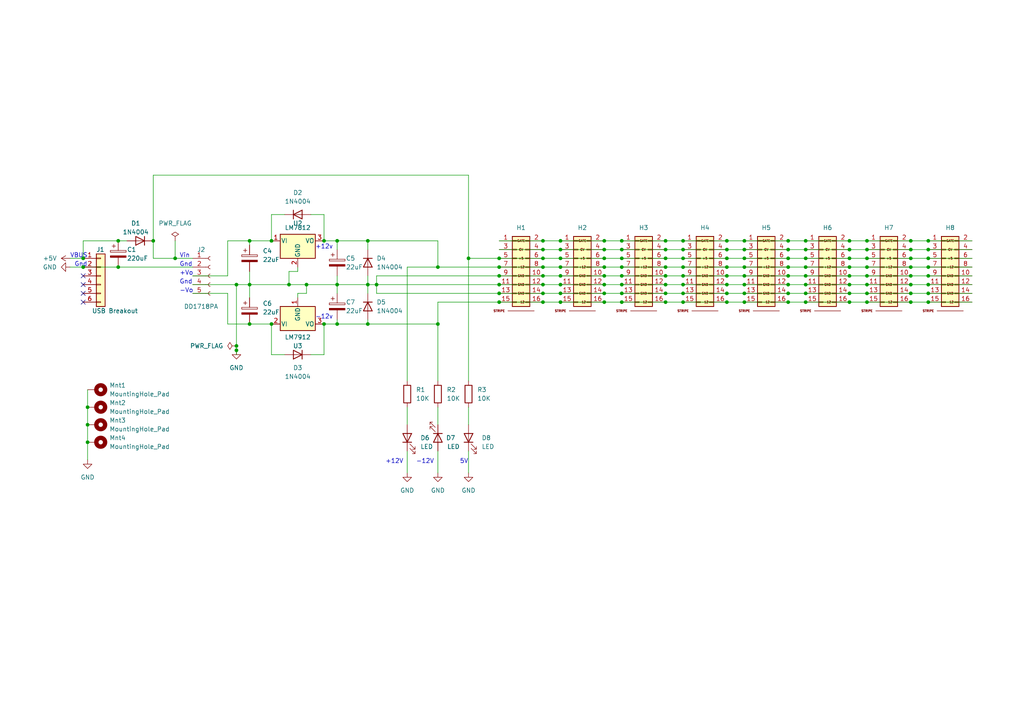
<source format=kicad_sch>
(kicad_sch (version 20211123) (generator eeschema)
  (paper "A4")
  (title_block (title "Port Huron Power - Eurorack USB Power Bus") (rev "v01") (company "North Coast Modular Collective") (comment 2 "creativecommons.org/licenses/by-nc-sa/4.0/") (comment 3 "License: CC BY-NC-SA 4.0") (comment 4 "Author: Nick Gaydos"))
  (lib_symbols
    (symbol "4ms_Connector:Conn_01x06" (pin_names (offset 1.016) hide)
      (property "Reference" "J1" (at -1.27 7.62 0))
      (property "Value" "USB Breakout" (at -2.54 -10.16 0))
      (symbol "Conn_01x06_1_1"
        (rectangle (start -1.27 -7.493) (end 0 -7.747) (stroke (width 0.1524)))
        (rectangle (start -1.27 -4.953) (end 0 -5.207) (stroke (width 0.1524)))
        (rectangle (start -1.27 -2.413) (end 0 -2.667) (stroke (width 0.1524)))
        (rectangle (start -1.27 0.127) (end 0 -0.127) (stroke (width 0.1524)))
        (rectangle (start -1.27 2.667) (end 0 2.413) (stroke (width 0.1524)))
        (rectangle (start -1.27 5.207) (end 0 4.953) (stroke (width 0.1524)))
        (rectangle (start -1.27 6.35) (end 1.27 -8.89) (stroke (width 0.254)) (fill (type background)))
        (pin power_out line (at -5.08 5.08 0) (length 3.81) (name "Pin_1") (number "1"))
        (pin passive line (at -5.08 2.54 0) (length 3.81) (name "Pin_2") (number "2"))
        (pin passive line (at -5.08 0 0) (length 3.81) (name "Pin_3") (number "3"))
        (pin passive line (at -5.08 -2.54 0) (length 3.81) (name "Pin_4") (number "4"))
        (pin passive line (at -5.08 -5.08 0) (length 3.81) (name "Pin_5") (number "5"))
        (pin passive line (at -5.08 -7.62 0) (length 3.81) (name "Pin_6") (number "6"))
      )
    )
    (symbol "4ms_Connector:Eurorack_Power_16pin_Shrouded" (pin_names (offset 0.0254) hide)
      (property "Reference" "J" (at 0 11.43 0))
      (property "Value" "Eurorack_Power_16pin_Shrouded" (at 0 13.97 0))
      (symbol "Eurorack_Power_16pin_Shrouded_0_0"
        (text "+12" (at 0 1.27 0) (effects (font (size 0.635 0.635))))
        (text "+5" (at 0 3.81 0) (effects (font (size 0.635 0.635))))
        (text "-12" (at 0 -8.89 0) (effects (font (size 0.635 0.635))))
        (text "CV" (at 0 6.35 0) (effects (font (size 0.635 0.635))))
        (text "GATE" (at 0 8.89 0) (effects (font (size 0.635 0.635))))
        (text "GND" (at 0 -6.35 0) (effects (font (size 0.635 0.635))))
        (text "GND" (at 0 -3.81 0) (effects (font (size 0.635 0.635))))
        (text "GND" (at 0 -1.27 0) (effects (font (size 0.635 0.635))))
        (text "STRIPE" (at -6.35 -11.43 0) (effects (font (size 0.635 0.635))))
      )
      (symbol "Eurorack_Power_16pin_Shrouded_0_1"
        (rectangle (start -2.54 -8.763) (end -1.27 -9.017))
        (rectangle (start -2.54 -6.223) (end -1.27 -6.477))
        (rectangle (start -2.54 -3.683) (end -1.27 -3.937))
        (rectangle (start -2.54 -1.143) (end -1.27 -1.397))
        (rectangle (start -2.54 1.397) (end -1.27 1.143))
        (rectangle (start -2.54 3.937) (end -1.27 3.683))
        (rectangle (start -2.54 6.477) (end -1.27 6.223))
        (rectangle (start -2.54 9.017) (end -1.27 8.763))
        (rectangle (start -2.54 10.16) (end 2.54 -10.16) (stroke (width 0.254)) (fill (type background)))
        (polyline (pts (xy -3.81 -11.43) (xy 3.81 -11.43) (xy 1.27 -11.43)))
        (rectangle (start 1.27 -8.763) (end 2.54 -9.017))
        (rectangle (start 1.27 -6.223) (end 2.54 -6.477))
        (rectangle (start 1.27 -3.683) (end 2.54 -3.937))
        (rectangle (start 1.27 -1.143) (end 2.54 -1.397))
        (rectangle (start 1.27 1.397) (end 2.54 1.143))
        (rectangle (start 1.27 3.937) (end 2.54 3.683))
        (rectangle (start 1.27 6.477) (end 2.54 6.223))
        (rectangle (start 1.27 9.017) (end 2.54 8.763))
      )
      (symbol "Eurorack_Power_16pin_Shrouded_1_1"
        (pin passive line (at -6.35 8.89 0) (length 3.81) (name "P1") (number "1"))
        (pin passive line (at 6.35 -1.27 180) (length 3.81) (name "GND") (number "10"))
        (pin passive line (at -6.35 -3.81 0) (length 3.81) (name "GND") (number "11"))
        (pin passive line (at 6.35 -3.81 180) (length 3.81) (name "GND") (number "12"))
        (pin passive line (at -6.35 -6.35 0) (length 3.81) (name "-12") (number "13"))
        (pin passive line (at 6.35 -6.35 180) (length 3.81) (name "-12V") (number "14"))
        (pin passive line (at -6.35 -8.89 0) (length 3.81) (name "-12V") (number "15"))
        (pin passive line (at 6.35 -8.89 180) (length 3.81) (name "P16") (number "16"))
        (pin passive line (at 6.35 8.89 180) (length 3.81) (name "P2") (number "2"))
        (pin passive line (at -6.35 6.35 0) (length 3.81) (name "P3") (number "3"))
        (pin passive line (at 6.35 6.35 180) (length 3.81) (name "P4") (number "4"))
        (pin passive line (at -6.35 3.81 0) (length 3.81) (name "+12V") (number "5"))
        (pin passive line (at 6.35 3.81 180) (length 3.81) (name "P6") (number "6"))
        (pin passive line (at -6.35 1.27 0) (length 3.81) (name "12V") (number "7"))
        (pin passive line (at 6.35 1.27 180) (length 3.81) (name "+12V") (number "8"))
        (pin passive line (at -6.35 -1.27 0) (length 3.81) (name "GND") (number "9"))
      )
    )
    (symbol "4ms_Power-symbol:GND" (power) (pin_names (offset 0))
      (property "Value" "GND" (at 0 -3.81 0))
      (symbol "GND_0_1"
        (polyline (pts (xy 0 0) (xy 0 -1.27) (xy 1.27 -1.27) (xy 0 -2.54) (xy -1.27 -1.27) (xy 0 -1.27)))
      )
      (symbol "GND_1_1"
        (pin power_in line (at 0 0 270) (length 0) hide (name "GND") (number "1"))
      )
    )
    (symbol "4ms_Power-symbol:PWR_FLAG" (power) (pin_numbers hide) (pin_names (offset 0) hide)
      (property "Value" "PWR_FLAG" (at 0 3.81 0))
      (symbol "PWR_FLAG_0_0"
        (pin power_out line (at 0 0 90) (length 0) (name "pwr") (number "1"))
      )
      (symbol "PWR_FLAG_0_1"
        (polyline (pts (xy 0 0) (xy 0 1.27) (xy -1.016 1.905) (xy 0 2.54) (xy 1.016 1.905) (xy 0 1.27)))
      )
    )
    (symbol "Device:C_Polarized" (pin_numbers hide) (pin_names (offset 0.254))
      (property "Reference" "C" (at 0.635 2.54 0))
      (property "Value" "C_Polarized" (at 0.635 -2.54 0))
      (symbol "C_Polarized_0_1"
        (rectangle (start -2.286 0.508) (end 2.286 1.016))
        (polyline (pts (xy -1.778 2.286) (xy -0.762 2.286)))
        (polyline (pts (xy -1.27 2.794) (xy -1.27 1.778)))
        (rectangle (start 2.286 -0.508) (end -2.286 -1.016) (fill (type outline)))
      )
      (symbol "C_Polarized_1_1"
        (pin passive line (at 0 3.81 270) (length 2.794) (name "~") (number "1"))
        (pin passive line (at 0 -3.81 90) (length 2.794) (name "~") (number "2"))
      )
    )
    (symbol "Device:LED" (pin_numbers hide) (pin_names (offset 1.016) hide)
      (property "Reference" "D" (at 0 2.54 0))
      (property "Value" "LED" (at 0 -2.54 0))
      (symbol "LED_0_1"
        (polyline (pts (xy -1.27 -1.27) (xy -1.27 1.27)) (stroke (width 0.254)))
        (polyline (pts (xy -1.27 0) (xy 1.27 0)))
        (polyline (pts (xy 1.27 -1.27) (xy 1.27 1.27) (xy -1.27 0) (xy 1.27 -1.27)) (stroke (width 0.254)))
        (polyline (pts (xy -3.048 -0.762) (xy -4.572 -2.286) (xy -3.81 -2.286) (xy -4.572 -2.286) (xy -4.572 -1.524)))
        (polyline (pts (xy -1.778 -0.762) (xy -3.302 -2.286) (xy -2.54 -2.286) (xy -3.302 -2.286) (xy -3.302 -1.524)))
      )
      (symbol "LED_1_1"
        (pin passive line (at -3.81 0 0) (length 2.54) (name "K") (number "1"))
        (pin passive line (at 3.81 0 180) (length 2.54) (name "A") (number "2"))
      )
    )
    (symbol "Device:R" (pin_numbers hide) (pin_names (offset 0))
      (property "Reference" "R" (at 2.032 0 90))
      (property "Value" "R" (at 0 0 90))
      (symbol "R_0_1"
        (rectangle (start -1.016 -2.54) (end 1.016 2.54) (stroke (width 0.254)))
      )
      (symbol "R_1_1"
        (pin passive line (at 0 3.81 270) (length 1.27) (name "~") (number "1"))
        (pin passive line (at 0 -3.81 90) (length 1.27) (name "~") (number "2"))
      )
    )
    (symbol "Diode:1N4004" (pin_numbers hide) (pin_names (offset 1.016) hide)
      (property "Reference" "D" (at 0 2.54 0))
      (property "Value" "1N4004" (at 0 -2.54 0))
      (symbol "1N4004_0_1"
        (polyline (pts (xy -1.27 1.27) (xy -1.27 -1.27)) (stroke (width 0.254)))
        (polyline (pts (xy 1.27 0) (xy -1.27 0)))
        (polyline (pts (xy 1.27 1.27) (xy 1.27 -1.27) (xy -1.27 0) (xy 1.27 1.27)) (stroke (width 0.254)))
      )
      (symbol "1N4004_1_1"
        (pin passive line (at -3.81 0 0) (length 2.54) (name "K") (number "1"))
        (pin passive line (at 3.81 0 180) (length 2.54) (name "A") (number "2"))
      )
    )
    (symbol "Mechanical:MountingHole_Pad" (pin_numbers hide) (pin_names (offset 1.016) hide)
      (property "Reference" "H" (at 0 6.35 0))
      (property "Value" "MountingHole_Pad" (at 0 4.445 0))
      (symbol "MountingHole_Pad_0_1"
        (circle (center 0 1.27) (radius 1.27) (stroke (width 1.27)))
      )
      (symbol "MountingHole_Pad_1_1"
        (pin input line (at 0 -2.54 90) (length 2.54) (name "1") (number "1"))
      )
    )
    (symbol "Regulator_Linear:LM7812_TO220" (pin_names (offset 0.254))
      (property "Reference" "U" (at -3.81 3.175 0))
      (property "Value" "LM7812_TO220" (at 0 3.175 0))
      (symbol "LM7812_TO220_0_1"
        (rectangle (start -5.08 1.905) (end 5.08 -5.08) (stroke (width 0.254)) (fill (type background)))
      )
      (symbol "LM7812_TO220_1_1"
        (pin power_in line (at -7.62 0 0) (length 2.54) (name "VI") (number "1"))
        (pin power_in line (at 0 -7.62 90) (length 2.54) (name "GND") (number "2"))
        (pin power_out line (at 7.62 0 180) (length 2.54) (name "VO") (number "3"))
      )
    )
    (symbol "Regulator_Linear:LM7912_TO220" (pin_names (offset 0.254))
      (property "Reference" "U" (at -3.81 -3.175 0))
      (property "Value" "LM7912_TO220" (at 0 -3.175 0))
      (symbol "LM7912_TO220_0_1"
        (rectangle (start -5.08 5.08) (end 5.08 -1.905) (stroke (width 0.254)) (fill (type background)))
      )
      (symbol "LM7912_TO220_1_1"
        (pin power_in line (at 0 7.62 270) (length 2.54) (name "GND") (number "1"))
        (pin power_in line (at -7.62 0 0) (length 2.54) (name "VI") (number "2"))
        (pin power_out line (at 7.62 0 180) (length 2.54) (name "VO") (number "3"))
      )
    )
    (symbol "dd1718pa:DD1718PA" (pin_names (offset 1.016) hide)
      (property "Reference" "J2" (at -3.81 7.62 0))
      (property "Value" "DD1718PA" (at -7.62 -8.89 0))
      (symbol "DD1718PA_1_1"
        (arc (start 0 -4.572) (mid -0.508 -5.08) (end 0 -5.588) (stroke (width 0.1524)))
        (arc (start 0 -2.032) (mid -0.508 -2.54) (end 0 -3.048) (stroke (width 0.1524)))
        (polyline (pts (xy -1.27 -5.08) (xy -0.508 -5.08)) (stroke (width 0.1524)))
        (polyline (pts (xy -1.27 -2.54) (xy -0.508 -2.54)) (stroke (width 0.1524)))
        (polyline (pts (xy -1.27 0) (xy -0.508 0)) (stroke (width 0.1524)))
        (polyline (pts (xy -1.27 2.54) (xy -0.508 2.54)) (stroke (width 0.1524)))
        (polyline (pts (xy -1.27 5.08) (xy -0.508 5.08)) (stroke (width 0.1524)))
        (arc (start 0 0.508) (mid -0.508 0) (end 0 -0.508) (stroke (width 0.1524)))
        (arc (start 0 3.048) (mid -0.508 2.54) (end 0 2.032) (stroke (width 0.1524)))
        (arc (start 0 5.588) (mid -0.508 5.08) (end 0 4.572) (stroke (width 0.1524)))
        (pin power_in line (at -5.08 5.08 0) (length 3.81) (name "Vin") (number "1"))
        (pin passive line (at -5.08 2.54 0) (length 3.81) (name "Gnd") (number "2"))
        (pin power_out line (at -5.08 0 0) (length 3.81) (name "+Vout") (number "3"))
        (pin passive line (at -5.08 -2.54 0) (length 3.81) (name "Gnd") (number "4"))
        (pin power_out line (at -5.08 -5.08 0) (length 3.81) (name "-Vout") (number "5"))
      )
    )
    (symbol "power:+5V" (power) (pin_names (offset 0))
      (property "Value" "+5V" (at 0 3.556 0))
      (symbol "+5V_0_1"
        (polyline (pts (xy -0.762 1.27) (xy 0 2.54)))
        (polyline (pts (xy 0 0) (xy 0 2.54)))
        (polyline (pts (xy 0 2.54) (xy 0.762 1.27)))
      )
      (symbol "+5V_1_1"
        (pin power_in line (at 0 0 90) (length 0) hide (name "+5V") (number "1"))
      )
    )
    (symbol "power:PWR_FLAG" (power) (pin_numbers hide) (pin_names (offset 0) hide)
      (property "Value" "PWR_FLAG" (at 0 3.81 0))
      (symbol "PWR_FLAG_0_0"
        (pin power_out line (at 0 0 90) (length 0) (name "pwr") (number "1"))
      )
      (symbol "PWR_FLAG_0_1"
        (polyline (pts (xy 0 0) (xy 0 1.27) (xy -1.016 1.905) (xy 0 2.54) (xy 1.016 1.905) (xy 0 1.27)))
      )
    )
  )
  (junction (at 215.9 85.09))
  (junction (at 106.68 82.55))
  (junction (at 135.89 74.93))
  (junction (at 215.9 74.93))
  (junction (at 144.78 85.09))
  (junction (at 210.82 74.93))
  (junction (at 264.16 69.85))
  (junction (at 246.38 77.47))
  (junction (at 210.82 80.01))
  (junction (at 251.46 82.55))
  (junction (at 68.58 100.33))
  (junction (at 180.34 77.47))
  (junction (at 246.38 87.63))
  (junction (at 25.4 118.11))
  (junction (at 193.04 69.85))
  (junction (at 180.34 87.63))
  (junction (at 228.6 82.55))
  (junction (at 127 77.47))
  (junction (at 34.29 69.85))
  (junction (at 264.16 85.09))
  (junction (at 210.82 85.09))
  (junction (at 78.74 69.85))
  (junction (at 228.6 72.39))
  (junction (at 269.24 77.47))
  (junction (at 228.6 77.47))
  (junction (at 72.39 82.55))
  (junction (at 180.34 69.85))
  (junction (at 193.04 82.55))
  (junction (at 25.4 123.19))
  (junction (at 162.56 82.55))
  (junction (at 97.79 82.55))
  (junction (at 144.78 87.63))
  (junction (at 215.9 69.85))
  (junction (at 97.79 93.98))
  (junction (at 264.16 72.39))
  (junction (at 251.46 85.09))
  (junction (at 269.24 69.85))
  (junction (at 198.12 82.55))
  (junction (at 180.34 72.39))
  (junction (at 175.26 82.55))
  (junction (at 193.04 74.93))
  (junction (at 34.29 77.47))
  (junction (at 210.82 82.55))
  (junction (at 193.04 77.47))
  (junction (at 198.12 85.09))
  (junction (at 180.34 74.93))
  (junction (at 233.68 72.39))
  (junction (at 106.68 69.85))
  (junction (at 193.04 87.63))
  (junction (at 246.38 72.39))
  (junction (at 68.58 82.55))
  (junction (at 264.16 82.55))
  (junction (at 198.12 87.63))
  (junction (at 162.56 80.01))
  (junction (at 233.68 85.09))
  (junction (at 210.82 77.47))
  (junction (at 210.82 87.63))
  (junction (at 157.48 77.47))
  (junction (at 269.24 82.55))
  (junction (at 193.04 72.39))
  (junction (at 127 93.98))
  (junction (at 264.16 87.63))
  (junction (at 269.24 80.01))
  (junction (at 269.24 74.93))
  (junction (at 157.48 72.39))
  (junction (at 269.24 87.63))
  (junction (at 72.39 69.85))
  (junction (at 180.34 85.09))
  (junction (at 175.26 80.01))
  (junction (at 93.98 93.98))
  (junction (at 228.6 74.93))
  (junction (at 251.46 72.39))
  (junction (at 246.38 85.09))
  (junction (at 246.38 82.55))
  (junction (at 193.04 80.01))
  (junction (at 198.12 69.85))
  (junction (at 144.78 77.47))
  (junction (at 25.4 128.27))
  (junction (at 157.48 85.09))
  (junction (at 175.26 85.09))
  (junction (at 198.12 74.93))
  (junction (at 264.16 74.93))
  (junction (at 162.56 72.39))
  (junction (at 180.34 82.55))
  (junction (at 93.98 69.85))
  (junction (at 269.24 85.09))
  (junction (at 233.68 77.47))
  (junction (at 68.58 101.6))
  (junction (at 246.38 74.93))
  (junction (at 109.22 82.55))
  (junction (at 180.34 80.01))
  (junction (at 144.78 80.01))
  (junction (at 246.38 80.01))
  (junction (at 162.56 85.09))
  (junction (at 198.12 80.01))
  (junction (at 269.24 72.39))
  (junction (at 88.9 82.55))
  (junction (at 233.68 82.55))
  (junction (at 175.26 87.63))
  (junction (at 215.9 72.39))
  (junction (at 162.56 87.63))
  (junction (at 175.26 69.85))
  (junction (at 228.6 85.09))
  (junction (at 24.13 77.47))
  (junction (at 157.48 69.85))
  (junction (at 264.16 80.01))
  (junction (at 144.78 74.93))
  (junction (at 157.48 82.55))
  (junction (at 198.12 72.39))
  (junction (at 157.48 87.63))
  (junction (at 157.48 74.93))
  (junction (at 106.68 93.98))
  (junction (at 210.82 69.85))
  (junction (at 264.16 77.47))
  (junction (at 233.68 74.93))
  (junction (at 97.79 69.85))
  (junction (at 251.46 69.85))
  (junction (at 162.56 74.93))
  (junction (at 78.74 93.98))
  (junction (at 210.82 72.39))
  (junction (at 72.39 93.98))
  (junction (at 144.78 82.55))
  (junction (at 157.48 80.01))
  (junction (at 251.46 80.01))
  (junction (at 215.9 80.01))
  (junction (at 246.38 69.85))
  (junction (at 233.68 69.85))
  (junction (at 198.12 77.47))
  (junction (at 233.68 87.63))
  (junction (at 228.6 69.85))
  (junction (at 175.26 72.39))
  (junction (at 193.04 85.09))
  (junction (at 50.8 74.93))
  (junction (at 175.26 74.93))
  (junction (at 233.68 80.01))
  (junction (at 215.9 77.47))
  (junction (at 162.56 77.47))
  (junction (at 228.6 80.01))
  (junction (at 215.9 82.55))
  (junction (at 83.82 82.55))
  (junction (at 44.45 69.85))
  (junction (at 228.6 87.63))
  (junction (at 251.46 87.63))
  (junction (at 251.46 74.93))
  (junction (at 251.46 77.47))
  (junction (at 24.13 74.93))
  (junction (at 162.56 69.85))
  (junction (at 215.9 87.63))
  (junction (at 175.26 77.47))
  (no_connect (at 24.13 87.63))
  (no_connect (at 24.13 85.09))
  (no_connect (at 24.13 82.55))
  (no_connect (at 24.13 80.01))
  (wire (pts (xy 251.46 74.93) (xy 264.16 74.93)))
  (wire (pts (xy 193.04 85.09) (xy 198.12 85.09)))
  (wire (pts (xy 50.8 69.85) (xy 50.8 74.93)))
  (wire (pts (xy 193.04 69.85) (xy 198.12 69.85)))
  (wire (pts (xy 24.13 69.85) (xy 24.13 74.93)))
  (wire (pts (xy 157.48 87.63) (xy 162.56 87.63)))
  (wire (pts (xy 144.78 82.55) (xy 157.48 82.55)))
  (wire (pts (xy 78.74 102.87) (xy 78.74 93.98)))
  (wire (pts (xy 97.79 72.39) (xy 97.79 69.85)))
  (wire (pts (xy 210.82 82.55) (xy 215.9 82.55)))
  (wire (pts (xy 198.12 85.09) (xy 210.82 85.09)))
  (wire (pts (xy 135.89 50.8) (xy 44.45 50.8)))
  (wire (pts (xy 135.89 130.81) (xy 135.89 137.16)))
  (wire (pts (xy 66.04 85.09) (xy 66.04 93.98)))
  (wire (pts (xy 215.9 72.39) (xy 228.6 72.39)))
  (wire (pts (xy 228.6 87.63) (xy 233.68 87.63)))
  (wire (pts (xy 83.82 78.74) (xy 83.82 82.55)))
  (wire (pts (xy 198.12 82.55) (xy 210.82 82.55)))
  (wire (pts (xy 106.68 82.55) (xy 106.68 85.09)))
  (wire (pts (xy 144.78 85.09) (xy 157.48 85.09)))
  (wire (pts (xy 180.34 87.63) (xy 193.04 87.63)))
  (wire (pts (xy 88.9 85.09) (xy 88.9 82.55)))
  (wire (pts (xy 25.4 118.11) (xy 25.4 123.19)))
  (wire (pts (xy 175.26 87.63) (xy 180.34 87.63)))
  (wire (pts (xy 68.58 82.55) (xy 72.39 82.55)))
  (wire (pts (xy 162.56 74.93) (xy 175.26 74.93)))
  (wire (pts (xy 72.39 82.55) (xy 72.39 86.36)))
  (wire (pts (xy 175.26 77.47) (xy 180.34 77.47)))
  (wire (pts (xy 157.48 85.09) (xy 162.56 85.09)))
  (wire (pts (xy 20.32 74.93) (xy 24.13 74.93)))
  (wire (pts (xy 180.34 80.01) (xy 193.04 80.01)))
  (wire (pts (xy 233.68 80.01) (xy 246.38 80.01)))
  (wire (pts (xy 215.9 74.93) (xy 228.6 74.93)))
  (wire (pts (xy 25.4 113.03) (xy 25.4 118.11)))
  (wire (pts (xy 246.38 77.47) (xy 251.46 77.47)))
  (wire (pts (xy 55.88 85.09) (xy 66.04 85.09)))
  (wire (pts (xy 210.82 72.39) (xy 215.9 72.39)))
  (wire (pts (xy 210.82 80.01) (xy 215.9 80.01)))
  (wire (pts (xy 118.11 118.11) (xy 118.11 123.19)))
  (wire (pts (xy 215.9 87.63) (xy 228.6 87.63)))
  (wire (pts (xy 97.79 93.98) (xy 106.68 93.98)))
  (wire (pts (xy 246.38 87.63) (xy 251.46 87.63)))
  (wire (pts (xy 215.9 69.85) (xy 228.6 69.85)))
  (wire (pts (xy 246.38 69.85) (xy 251.46 69.85)))
  (wire (pts (xy 228.6 69.85) (xy 233.68 69.85)))
  (wire (pts (xy 93.98 69.85) (xy 97.79 69.85)))
  (wire (pts (xy 118.11 77.47) (xy 127 77.47)))
  (wire (pts (xy 251.46 87.63) (xy 264.16 87.63)))
  (wire (pts (xy 246.38 82.55) (xy 251.46 82.55)))
  (wire (pts (xy 106.68 92.71) (xy 106.68 93.98)))
  (wire (pts (xy 246.38 72.39) (xy 251.46 72.39)))
  (wire (pts (xy 251.46 82.55) (xy 264.16 82.55)))
  (wire (pts (xy 82.55 62.23) (xy 78.74 62.23)))
  (wire (pts (xy 228.6 72.39) (xy 233.68 72.39)))
  (wire (pts (xy 215.9 77.47) (xy 228.6 77.47)))
  (wire (pts (xy 55.88 74.93) (xy 50.8 74.93)))
  (wire (pts (xy 72.39 78.74) (xy 72.39 82.55)))
  (wire (pts (xy 198.12 77.47) (xy 210.82 77.47)))
  (wire (pts (xy 162.56 72.39) (xy 175.26 72.39)))
  (wire (pts (xy 127 93.98) (xy 127 110.49)))
  (wire (pts (xy 72.39 69.85) (xy 72.39 71.12)))
  (wire (pts (xy 97.79 80.01) (xy 97.79 82.55)))
  (wire (pts (xy 127 87.63) (xy 144.78 87.63)))
  (wire (pts (xy 78.74 62.23) (xy 78.74 69.85)))
  (wire (pts (xy 106.68 93.98) (xy 127 93.98)))
  (wire (pts (xy 264.16 72.39) (xy 269.24 72.39)))
  (wire (pts (xy 66.04 93.98) (xy 72.39 93.98)))
  (wire (pts (xy 109.22 82.55) (xy 109.22 85.09)))
  (wire (pts (xy 144.78 72.39) (xy 157.48 72.39)))
  (wire (pts (xy 175.26 72.39) (xy 180.34 72.39)))
  (wire (pts (xy 97.79 92.71) (xy 97.79 93.98)))
  (wire (pts (xy 97.79 82.55) (xy 106.68 82.55)))
  (wire (pts (xy 162.56 85.09) (xy 175.26 85.09)))
  (wire (pts (xy 86.36 86.36) (xy 86.36 85.09)))
  (wire (pts (xy 93.98 102.87) (xy 90.17 102.87)))
  (wire (pts (xy 144.78 74.93) (xy 157.48 74.93)))
  (wire (pts (xy 233.68 72.39) (xy 246.38 72.39)))
  (wire (pts (xy 97.79 69.85) (xy 106.68 69.85)))
  (wire (pts (xy 233.68 87.63) (xy 246.38 87.63)))
  (wire (pts (xy 55.88 82.55) (xy 68.58 82.55)))
  (wire (pts (xy 93.98 93.98) (xy 93.98 102.87)))
  (wire (pts (xy 210.82 77.47) (xy 215.9 77.47)))
  (wire (pts (xy 25.4 123.19) (xy 25.4 128.27)))
  (wire (pts (xy 264.16 82.55) (xy 269.24 82.55)))
  (wire (pts (xy 162.56 87.63) (xy 175.26 87.63)))
  (wire (pts (xy 264.16 77.47) (xy 269.24 77.47)))
  (wire (pts (xy 233.68 77.47) (xy 246.38 77.47)))
  (wire (pts (xy 193.04 82.55) (xy 198.12 82.55)))
  (wire (pts (xy 127 77.47) (xy 144.78 77.47)))
  (wire (pts (xy 246.38 80.01) (xy 251.46 80.01)))
  (wire (pts (xy 251.46 72.39) (xy 264.16 72.39)))
  (wire (pts (xy 175.26 69.85) (xy 180.34 69.85)))
  (wire (pts (xy 269.24 69.85) (xy 281.94 69.85)))
  (wire (pts (xy 88.9 82.55) (xy 97.79 82.55)))
  (wire (pts (xy 269.24 77.47) (xy 281.94 77.47)))
  (wire (pts (xy 269.24 82.55) (xy 281.94 82.55)))
  (wire (pts (xy 135.89 74.93) (xy 135.89 50.8)))
  (wire (pts (xy 193.04 77.47) (xy 198.12 77.47)))
  (wire (pts (xy 210.82 85.09) (xy 215.9 85.09)))
  (wire (pts (xy 215.9 80.01) (xy 228.6 80.01)))
  (wire (pts (xy 83.82 82.55) (xy 88.9 82.55)))
  (wire (pts (xy 106.68 80.01) (xy 106.68 82.55)))
  (wire (pts (xy 228.6 82.55) (xy 233.68 82.55)))
  (wire (pts (xy 34.29 77.47) (xy 55.88 77.47)))
  (wire (pts (xy 251.46 85.09) (xy 264.16 85.09)))
  (wire (pts (xy 233.68 82.55) (xy 246.38 82.55)))
  (wire (pts (xy 198.12 87.63) (xy 210.82 87.63)))
  (wire (pts (xy 157.48 77.47) (xy 162.56 77.47)))
  (wire (pts (xy 127 69.85) (xy 127 77.47)))
  (wire (pts (xy 50.8 74.93) (xy 44.45 74.93)))
  (wire (pts (xy 264.16 85.09) (xy 269.24 85.09)))
  (wire (pts (xy 162.56 77.47) (xy 175.26 77.47)))
  (wire (pts (xy 162.56 80.01) (xy 175.26 80.01)))
  (wire (pts (xy 180.34 69.85) (xy 193.04 69.85)))
  (wire (pts (xy 127 118.11) (xy 127 123.19)))
  (wire (pts (xy 90.17 62.23) (xy 93.98 62.23)))
  (wire (pts (xy 82.55 102.87) (xy 78.74 102.87)))
  (wire (pts (xy 44.45 74.93) (xy 44.45 69.85)))
  (wire (pts (xy 97.79 85.09) (xy 97.79 82.55)))
  (wire (pts (xy 86.36 85.09) (xy 88.9 85.09)))
  (wire (pts (xy 193.04 80.01) (xy 198.12 80.01)))
  (wire (pts (xy 135.89 110.49) (xy 135.89 74.93)))
  (wire (pts (xy 228.6 85.09) (xy 233.68 85.09)))
  (wire (pts (xy 269.24 87.63) (xy 281.94 87.63)))
  (wire (pts (xy 157.48 74.93) (xy 162.56 74.93)))
  (wire (pts (xy 20.32 77.47) (xy 24.13 77.47)))
  (wire (pts (xy 68.58 100.33) (xy 68.58 101.6)))
  (wire (pts (xy 118.11 110.49) (xy 118.11 77.47)))
  (wire (pts (xy 233.68 69.85) (xy 246.38 69.85)))
  (wire (pts (xy 135.89 118.11) (xy 135.89 123.19)))
  (wire (pts (xy 175.26 82.55) (xy 180.34 82.55)))
  (wire (pts (xy 93.98 93.98) (xy 97.79 93.98)))
  (wire (pts (xy 198.12 80.01) (xy 210.82 80.01)))
  (wire (pts (xy 157.48 82.55) (xy 162.56 82.55)))
  (wire (pts (xy 135.89 74.93) (xy 144.78 74.93)))
  (wire (pts (xy 86.36 77.47) (xy 86.36 78.74)))
  (wire (pts (xy 127 87.63) (xy 127 93.98)))
  (wire (pts (xy 269.24 72.39) (xy 281.94 72.39)))
  (wire (pts (xy 215.9 82.55) (xy 228.6 82.55)))
  (wire (pts (xy 228.6 80.01) (xy 233.68 80.01)))
  (wire (pts (xy 93.98 62.23) (xy 93.98 69.85)))
  (wire (pts (xy 144.78 80.01) (xy 157.48 80.01)))
  (wire (pts (xy 106.68 69.85) (xy 106.68 72.39)))
  (wire (pts (xy 193.04 72.39) (xy 198.12 72.39)))
  (wire (pts (xy 106.68 82.55) (xy 109.22 82.55)))
  (wire (pts (xy 66.04 80.01) (xy 55.88 80.01)))
  (wire (pts (xy 72.39 69.85) (xy 78.74 69.85)))
  (wire (pts (xy 198.12 74.93) (xy 210.82 74.93)))
  (wire (pts (xy 127 137.16) (xy 127 130.81)))
  (wire (pts (xy 180.34 77.47) (xy 193.04 77.47)))
  (wire (pts (xy 215.9 85.09) (xy 228.6 85.09)))
  (wire (pts (xy 210.82 87.63) (xy 215.9 87.63)))
  (wire (pts (xy 246.38 85.09) (xy 251.46 85.09)))
  (wire (pts (xy 228.6 74.93) (xy 233.68 74.93)))
  (wire (pts (xy 109.22 82.55) (xy 144.78 82.55)))
  (wire (pts (xy 233.68 85.09) (xy 246.38 85.09)))
  (wire (pts (xy 72.39 82.55) (xy 83.82 82.55)))
  (wire (pts (xy 264.16 69.85) (xy 269.24 69.85)))
  (wire (pts (xy 44.45 50.8) (xy 44.45 69.85)))
  (wire (pts (xy 68.58 82.55) (xy 68.58 100.33)))
  (wire (pts (xy 34.29 69.85) (xy 24.13 69.85)))
  (wire (pts (xy 264.16 74.93) (xy 269.24 74.93)))
  (wire (pts (xy 109.22 80.01) (xy 144.78 80.01)))
  (wire (pts (xy 251.46 77.47) (xy 264.16 77.47)))
  (wire (pts (xy 109.22 85.09) (xy 144.78 85.09)))
  (wire (pts (xy 180.34 85.09) (xy 193.04 85.09)))
  (wire (pts (xy 251.46 69.85) (xy 264.16 69.85)))
  (wire (pts (xy 68.58 101.6) (xy 68.58 102.87)))
  (wire (pts (xy 210.82 74.93) (xy 215.9 74.93)))
  (wire (pts (xy 118.11 130.81) (xy 118.11 137.16)))
  (wire (pts (xy 198.12 72.39) (xy 210.82 72.39)))
  (wire (pts (xy 233.68 74.93) (xy 246.38 74.93)))
  (wire (pts (xy 269.24 74.93) (xy 281.94 74.93)))
  (wire (pts (xy 24.13 77.47) (xy 34.29 77.47)))
  (wire (pts (xy 106.68 69.85) (xy 127 69.85)))
  (wire (pts (xy 66.04 69.85) (xy 72.39 69.85)))
  (wire (pts (xy 180.34 72.39) (xy 193.04 72.39)))
  (wire (pts (xy 162.56 82.55) (xy 175.26 82.55)))
  (wire (pts (xy 180.34 82.55) (xy 193.04 82.55)))
  (wire (pts (xy 264.16 80.01) (xy 269.24 80.01)))
  (wire (pts (xy 144.78 87.63) (xy 157.48 87.63)))
  (wire (pts (xy 246.38 74.93) (xy 251.46 74.93)))
  (wire (pts (xy 25.4 128.27) (xy 25.4 133.35)))
  (wire (pts (xy 228.6 77.47) (xy 233.68 77.47)))
  (wire (pts (xy 144.78 77.47) (xy 157.48 77.47)))
  (wire (pts (xy 66.04 69.85) (xy 66.04 80.01)))
  (wire (pts (xy 269.24 85.09) (xy 281.94 85.09)))
  (wire (pts (xy 175.26 74.93) (xy 180.34 74.93)))
  (wire (pts (xy 86.36 78.74) (xy 83.82 78.74)))
  (wire (pts (xy 36.83 69.85) (xy 34.29 69.85)))
  (wire (pts (xy 72.39 93.98) (xy 78.74 93.98)))
  (wire (pts (xy 264.16 87.63) (xy 269.24 87.63)))
  (wire (pts (xy 180.34 74.93) (xy 193.04 74.93)))
  (wire (pts (xy 193.04 74.93) (xy 198.12 74.93)))
  (wire (pts (xy 109.22 80.01) (xy 109.22 82.55)))
  (wire (pts (xy 269.24 80.01) (xy 281.94 80.01)))
  (wire (pts (xy 157.48 69.85) (xy 162.56 69.85)))
  (wire (pts (xy 175.26 85.09) (xy 180.34 85.09)))
  (wire (pts (xy 175.26 80.01) (xy 180.34 80.01)))
  (wire (pts (xy 210.82 69.85) (xy 215.9 69.85)))
  (wire (pts (xy 157.48 72.39) (xy 162.56 72.39)))
  (wire (pts (xy 251.46 80.01) (xy 264.16 80.01)))
  (wire (pts (xy 144.78 69.85) (xy 157.48 69.85)))
  (wire (pts (xy 198.12 69.85) (xy 210.82 69.85)))
  (wire (pts (xy 162.56 69.85) (xy 175.26 69.85)))
  (wire (pts (xy 193.04 87.63) (xy 198.12 87.63)))
  (wire (pts (xy 157.48 80.01) (xy 162.56 80.01)))
  (text "-12V" (at 120.65 134.62 0) (effects (font (size 1.27 1.27)) (justify left bottom)))
  (text "VBUS" (at 20.32 74.93 0) (effects (font (size 1.27 1.27)) (justify left bottom)))
  (text "Gnd" (at 21.59 77.47 0) (effects (font (size 1.27 1.27)) (justify left bottom)))
  (text "Gnd" (at 52.07 82.55 0) (effects (font (size 1.27 1.27)) (justify left bottom)))
  (text "Vin" (at 52.07 74.93 0) (effects (font (size 1.27 1.27)) (justify left bottom)))
  (text "-Vo" (at 52.07 85.09 0) (effects (font (size 1.27 1.27)) (justify left bottom)))
  (text "Gnd" (at 52.07 77.47 0) (effects (font (size 1.27 1.27)) (justify left bottom)))
  (text "+12v" (at 91.44 72.39 0) (effects (font (size 1.27 1.27)) (justify left bottom)))
  (text "-12v" (at 91.44 92.71 0) (effects (font (size 1.27 1.27)) (justify left bottom)))
  (text "5V" (at 133.35 134.62 0) (effects (font (size 1.27 1.27)) (justify left bottom)))
  (text "+Vo" (at 52.07 80.01 0) (effects (font (size 1.27 1.27)) (justify left bottom)))
  (text "+12V" (at 111.76 134.62 0) (effects (font (size 1.27 1.27)) (justify left bottom)))
  (symbol (lib_id "Device:C_Polarized") (at 72.39 90.17 0) (unit 1)
    (property "Reference" "C6" (at 76.2 88.0109 0) (effects (justify left)))
    (property "Value" "22uF" (at 76.2 90.5509 0) (effects (justify left)))
    (property "Footprint" "4ms_Capacitor:CP_Radial_P2.5mm" (effects hide))
  )
  (symbol (lib_id "4ms_Power-symbol:GND") (at 127 137.16 0) (unit 1)
    (property "Reference" "#PWR0104" (effects hide))
    (property "Value" "GND" (at 127 142.24 0))
  )
  (symbol (lib_id "Diode:1N4004") (at 86.36 62.23 0) (unit 1)
    (property "Reference" "D2" (at 86.36 55.88 0))
    (property "Value" "1N4004" (at 86.36 58.42 0))
    (property "Footprint" "Diode_THT:D_DO-41_SOD81_P10.16mm_Horizontal" (effects hide))
    (property "Datasheet" "http://www.vishay.com/docs/88503/1n4001.pdf" (effects hide))
  )
  (symbol (lib_id "4ms_Power-symbol:GND") (at 135.89 137.16 0) (unit 1)
    (property "Reference" "#PWR0105" (effects hide))
    (property "Value" "GND" (at 135.89 142.24 0))
  )
  (symbol (lib_id "4ms_Power-symbol:GND") (at 20.32 77.47 270) (unit 1)
    (property "Reference" "#PWR02" (effects hide))
    (property "Value" "GND" (at 16.51 77.4699 90) (effects (justify right)))
  )
  (symbol (lib_id "power:+5V") (at 20.32 74.93 90) (unit 1)
    (property "Reference" "#PWR0103" (effects hide))
    (property "Value" "+5V" (at 16.51 74.9299 90) (effects (justify left)))
  )
  (symbol (lib_id "4ms_Power-symbol:GND") (at 118.11 137.16 0) (unit 1)
    (property "Reference" "#PWR0102" (effects hide))
    (property "Value" "GND" (at 118.11 142.24 0))
  )
  (symbol (lib_id "4ms_Connector:Eurorack_Power_16pin_Shrouded") (at 151.13 78.74 0) (unit 1)
    (property "Reference" "H1" (at 151.13 66.04 0))
    (property "Value" "Eurorack_Power_16pin_Shrouded" (effects hide))
    (property "Footprint" "4ms_Connector:Pins_2x08_2.54mm_TH_EuroPower_Shrouded" (effects hide))
    (property "Specifications" "Header, Male Pins, 2*8, spacing 2.54mm, straight pin, shrouded and keyed" (effects hide))
    (property "Manufacturer" "Cixi LanLing" (effects hide))
    (property "Part Number" "LL1007-1 (2*8 HITEMP)" (effects hide))
  )
  (symbol (lib_id "Device:R") (at 135.89 114.3 0) (unit 1)
    (property "Reference" "R3" (at 138.43 113.0299 0) (effects (justify left)))
    (property "Value" "10K" (at 138.43 115.5699 0) (effects (justify left)))
    (property "Footprint" "Resistor_THT:R_Axial_DIN0207_L6.3mm_D2.5mm_P10.16mm_Horizontal" (effects hide))
  )
  (symbol (lib_id "4ms_Power-symbol:GND") (at 25.4 133.35 0) (unit 1)
    (property "Reference" "#PWR0101" (effects hide))
    (property "Value" "GND" (at 25.4 138.43 0))
  )
  (symbol (lib_id "Device:C_Polarized") (at 72.39 74.93 0) (unit 1)
    (property "Reference" "C4" (at 76.2 72.7709 0) (effects (justify left)))
    (property "Value" "22uF" (at 76.2 75.3109 0) (effects (justify left)))
    (property "Footprint" "4ms_Capacitor:CP_Radial_P2.5mm" (effects hide))
  )
  (symbol (lib_id "Diode:1N4004") (at 106.68 88.9 270) (unit 1)
    (property "Reference" "D5" (at 109.22 87.6299 90) (effects (justify left)))
    (property "Value" "1N4004" (at 109.22 90.1699 90) (effects (justify left)))
    (property "Footprint" "Diode_THT:D_DO-41_SOD81_P10.16mm_Horizontal" (effects hide))
    (property "Datasheet" "http://www.vishay.com/docs/88503/1n4001.pdf" (effects hide))
  )
  (symbol (lib_id "Device:C_Polarized") (at 34.29 73.66 0) (unit 1)
    (property "Reference" "C1" (at 36.83 72.39 0) (effects (justify left)))
    (property "Value" "220uF" (at 36.83 74.93 0) (effects (justify left)))
    (property "Footprint" "4ms_Capacitor:CP_Radial_P2.5mm" (effects hide))
  )
  (symbol (lib_id "Diode:1N4004") (at 40.64 69.85 180) (unit 1)
    (property "Reference" "D1" (at 39.37 64.77 0))
    (property "Value" "1N4004" (at 39.37 67.31 0))
    (property "Footprint" "Diode_THT:D_DO-41_SOD81_P10.16mm_Horizontal" (effects hide))
    (property "Datasheet" "http://www.vishay.com/docs/88503/1n4001.pdf" (effects hide))
  )
  (symbol (lib_id "Device:R") (at 118.11 114.3 0) (unit 1)
    (property "Reference" "R1" (at 120.65 113.0299 0) (effects (justify left)))
    (property "Value" "10K" (at 120.65 115.5699 0) (effects (justify left)))
    (property "Footprint" "Resistor_THT:R_Axial_DIN0207_L6.3mm_D2.5mm_P10.16mm_Horizontal" (effects hide))
  )
  (symbol (lib_id "dd1718pa:DD1718PA") (at 60.96 80.01 0) (unit 1)
    (property "Reference" "J2" (at 57.15 72.39 0) (effects (justify left)))
    (property "Value" "DD1718PA" (at 53.34 88.9 0) (effects (justify left)))
    (property "Footprint" "Eurorack KiCad Library:DD1718PA" (effects hide))
  )
  (symbol (lib_id "power:PWR_FLAG") (at 68.58 100.33 90) (unit 1)
    (property "Reference" "#FLG0102" (effects hide))
    (property "Value" "PWR_FLAG" (at 64.77 100.3299 90) (effects (justify left)))
  )
  (symbol (lib_id "4ms_Connector:Eurorack_Power_16pin_Shrouded") (at 257.81 78.74 0) (unit 1)
    (property "Reference" "H7" (at 257.81 66.04 0))
    (property "Value" "Eurorack_Power_16pin_Shrouded" (effects hide))
    (property "Footprint" "4ms_Connector:Pins_2x08_2.54mm_TH_EuroPower_Shrouded" (effects hide))
    (property "Specifications" "Header, Male Pins, 2*8, spacing 2.54mm, straight pin, shrouded and keyed" (effects hide))
    (property "Manufacturer" "Cixi LanLing" (effects hide))
    (property "Part Number" "LL1007-1 (2*8 HITEMP)" (effects hide))
  )
  (symbol (lib_id "Device:R") (at 127 114.3 0) (unit 1)
    (property "Reference" "R2" (at 129.54 113.0299 0) (effects (justify left)))
    (property "Value" "10K" (at 129.54 115.5699 0) (effects (justify left)))
    (property "Footprint" "Resistor_THT:R_Axial_DIN0207_L6.3mm_D2.5mm_P10.16mm_Horizontal" (effects hide))
  )
  (symbol (lib_id "Device:LED") (at 135.89 127 90) (unit 1)
    (property "Reference" "D8" (at 139.7 127 90) (effects (justify right)))
    (property "Value" "LED" (at 139.7 129.54 90) (effects (justify right)))
    (property "Footprint" "LED_THT:LED_D3.0mm" (effects hide))
  )
  (symbol (lib_id "Diode:1N4004") (at 86.36 102.87 180) (unit 1)
    (property "Reference" "D3" (at 86.36 106.68 0))
    (property "Value" "1N4004" (at 86.36 109.22 0))
    (property "Footprint" "Diode_THT:D_DO-41_SOD81_P10.16mm_Horizontal" (effects hide))
    (property "Datasheet" "http://www.vishay.com/docs/88503/1n4001.pdf" (effects hide))
  )
  (symbol (lib_id "Device:C_Polarized") (at 97.79 88.9 0) (unit 1)
    (property "Reference" "C7" (at 100.33 87.63 0) (effects (justify left)))
    (property "Value" "22uF" (at 100.33 90.17 0) (effects (justify left)))
    (property "Footprint" "4ms_Capacitor:CP_Radial_P2.5mm" (effects hide))
  )
  (symbol (lib_id "Regulator_Linear:LM7812_TO220") (at 86.36 69.85 0) (unit 1)
    (property "Reference" "U2" (at 86.36 64.77 0))
    (property "Value" "LM7812" (at 86.36 66.04 0))
    (property "Footprint" "Package_TO_SOT_THT:TO-220-3_Vertical" (effects hide))
    (property "Datasheet" "https://www.onsemi.cn/PowerSolutions/document/MC7800-D.PDF" (effects hide))
  )
  (symbol (lib_id "Mechanical:MountingHole_Pad") (at 27.94 118.11 270) (unit 1)
    (property "Reference" "Mnt2" (at 31.75 116.8399 90) (effects (justify left)))
    (property "Value" "MountingHole_Pad" (at 31.75 119.3799 90) (effects (justify left)))
    (property "Footprint" "MountingHole:MountingHole_3.2mm_M3_Pad" (effects hide))
  )
  (symbol (lib_id "4ms_Connector:Eurorack_Power_16pin_Shrouded") (at 204.47 78.74 0) (unit 1)
    (property "Reference" "H4" (at 204.47 66.04 0))
    (property "Value" "Eurorack_Power_16pin_Shrouded" (effects hide))
    (property "Footprint" "4ms_Connector:Pins_2x08_2.54mm_TH_EuroPower_Shrouded" (effects hide))
    (property "Specifications" "Header, Male Pins, 2*8, spacing 2.54mm, straight pin, shrouded and keyed" (effects hide))
    (property "Manufacturer" "Cixi LanLing" (effects hide))
    (property "Part Number" "LL1007-1 (2*8 HITEMP)" (effects hide))
  )
  (symbol (lib_id "4ms_Connector:Eurorack_Power_16pin_Shrouded") (at 240.03 78.74 0) (unit 1)
    (property "Reference" "H6" (at 240.03 66.04 0))
    (property "Value" "Eurorack_Power_16pin_Shrouded" (effects hide))
    (property "Footprint" "4ms_Connector:Pins_2x08_2.54mm_TH_EuroPower_Shrouded" (effects hide))
    (property "Specifications" "Header, Male Pins, 2*8, spacing 2.54mm, straight pin, shrouded and keyed" (effects hide))
    (property "Manufacturer" "Cixi LanLing" (effects hide))
    (property "Part Number" "LL1007-1 (2*8 HITEMP)" (effects hide))
  )
  (symbol (lib_id "Mechanical:MountingHole_Pad") (at 27.94 113.03 270) (unit 1)
    (property "Reference" "Mnt1" (at 31.75 111.7599 90) (effects (justify left)))
    (property "Value" "MountingHole_Pad" (at 31.75 114.2999 90) (effects (justify left)))
    (property "Footprint" "MountingHole:MountingHole_3.2mm_M3_Pad" (effects hide))
  )
  (symbol (lib_id "Mechanical:MountingHole_Pad") (at 27.94 123.19 270) (unit 1)
    (property "Reference" "Mnt3" (at 31.75 121.9199 90) (effects (justify left)))
    (property "Value" "MountingHole_Pad" (at 31.75 124.4599 90) (effects (justify left)))
    (property "Footprint" "MountingHole:MountingHole_3.2mm_M3_Pad" (effects hide))
  )
  (symbol (lib_id "4ms_Connector:Eurorack_Power_16pin_Shrouded") (at 222.25 78.74 0) (unit 1)
    (property "Reference" "H5" (at 222.25 66.04 0))
    (property "Value" "Eurorack_Power_16pin_Shrouded" (effects hide))
    (property "Footprint" "4ms_Connector:Pins_2x08_2.54mm_TH_EuroPower_Shrouded" (effects hide))
    (property "Specifications" "Header, Male Pins, 2*8, spacing 2.54mm, straight pin, shrouded and keyed" (effects hide))
    (property "Manufacturer" "Cixi LanLing" (effects hide))
    (property "Part Number" "LL1007-1 (2*8 HITEMP)" (effects hide))
  )
  (symbol (lib_id "4ms_Connector:Eurorack_Power_16pin_Shrouded") (at 168.91 78.74 0) (unit 1)
    (property "Reference" "H2" (at 168.91 66.04 0))
    (property "Value" "Eurorack_Power_16pin_Shrouded" (effects hide))
    (property "Footprint" "4ms_Connector:Pins_2x08_2.54mm_TH_EuroPower_Shrouded" (effects hide))
    (property "Specifications" "Header, Male Pins, 2*8, spacing 2.54mm, straight pin, shrouded and keyed" (effects hide))
    (property "Manufacturer" "Cixi LanLing" (effects hide))
    (property "Part Number" "LL1007-1 (2*8 HITEMP)" (effects hide))
  )
  (symbol (lib_id "Device:C_Polarized") (at 97.79 76.2 0) (unit 1)
    (property "Reference" "C5" (at 100.33 74.93 0) (effects (justify left)))
    (property "Value" "22uF" (at 100.33 77.47 0) (effects (justify left)))
    (property "Footprint" "4ms_Capacitor:CP_Radial_P2.5mm" (effects hide))
  )
  (symbol (lib_id "Regulator_Linear:LM7912_TO220") (at 86.36 93.98 0) (unit 1)
    (property "Reference" "U3" (at 86.36 100.33 0))
    (property "Value" "LM7912" (at 86.36 97.79 0))
    (property "Footprint" "Package_TO_SOT_THT:TO-220-3_Vertical" (effects hide))
    (property "Datasheet" "hhttps://www.onsemi.com/pub/Collateral/MC7900-D.PDF" (effects hide))
  )
  (symbol (lib_id "Diode:1N4004") (at 106.68 76.2 270) (unit 1)
    (property "Reference" "D4" (at 109.22 74.9299 90) (effects (justify left)))
    (property "Value" "1N4004" (at 109.22 77.4699 90) (effects (justify left)))
    (property "Footprint" "Diode_THT:D_DO-41_SOD81_P10.16mm_Horizontal" (effects hide))
    (property "Datasheet" "http://www.vishay.com/docs/88503/1n4001.pdf" (effects hide))
  )
  (symbol (lib_id "Mechanical:MountingHole_Pad") (at 27.94 128.27 270) (unit 1)
    (property "Reference" "Mnt4" (at 31.75 126.9999 90) (effects (justify left)))
    (property "Value" "MountingHole_Pad" (at 31.75 129.5399 90) (effects (justify left)))
    (property "Footprint" "MountingHole:MountingHole_3.2mm_M3_Pad" (effects hide))
  )
  (symbol (lib_id "4ms_Power-symbol:GND") (at 68.58 101.6 0) (unit 1)
    (property "Reference" "#PWR0106" (effects hide))
    (property "Value" "GND" (at 68.58 106.68 0))
  )
  (symbol (lib_id "4ms_Connector:Conn_01x06") (at 29.21 80.01 0) (unit 1)
    (property "Reference" "J1" (at 27.94 72.39 0) (effects (justify left)))
    (property "Value" "USB Breakout" (at 26.67 90.17 0) (effects (justify left)))
    (property "Footprint" "4ms_Connector:Pins_1x06_2.54mm_TH_SWD" (effects hide))
    (property "Specifications" "HEADER 1x6 MALE PINS 0.100” 180deg" (effects hide))
    (property "Manufacturer" "TAD" (effects hide))
    (property "Part Number" "1-0601FBV0T" (effects hide))
  )
  (symbol (lib_id "4ms_Power-symbol:PWR_FLAG") (at 50.8 69.85 0) (unit 1)
    (property "Reference" "#FLG0101" (effects hide))
    (property "Value" "PWR_FLAG" (at 50.8 64.77 0))
  )
  (symbol (lib_id "Device:LED") (at 118.11 127 90) (unit 1)
    (property "Reference" "D6" (at 121.92 127 90) (effects (justify right)))
    (property "Value" "LED" (at 121.92 129.54 90) (effects (justify right)))
    (property "Footprint" "LED_THT:LED_D3.0mm" (effects hide))
  )
  (symbol (lib_id "Device:LED") (at 127 127 270) (unit 1)
    (property "Reference" "D7" (at 132.08 127 90) (effects (justify right)))
    (property "Value" "LED" (at 133.35 129.54 90) (effects (justify right)))
    (property "Footprint" "LED_THT:LED_D3.0mm" (effects hide))
  )
  (symbol (lib_id "4ms_Connector:Eurorack_Power_16pin_Shrouded") (at 186.69 78.74 0) (unit 1)
    (property "Reference" "H3" (at 186.69 66.04 0))
    (property "Value" "Eurorack_Power_16pin_Shrouded" (effects hide))
    (property "Footprint" "4ms_Connector:Pins_2x08_2.54mm_TH_EuroPower_Shrouded" (effects hide))
    (property "Specifications" "Header, Male Pins, 2*8, spacing 2.54mm, straight pin, shrouded and keyed" (effects hide))
    (property "Manufacturer" "Cixi LanLing" (effects hide))
    (property "Part Number" "LL1007-1 (2*8 HITEMP)" (effects hide))
  )
  (symbol (lib_id "4ms_Connector:Eurorack_Power_16pin_Shrouded") (at 275.59 78.74 0) (unit 1)
    (property "Reference" "H8" (at 275.59 66.04 0))
    (property "Value" "Eurorack_Power_16pin_Shrouded" (effects hide))
    (property "Footprint" "4ms_Connector:Pins_2x08_2.54mm_TH_EuroPower_Shrouded" (effects hide))
    (property "Specifications" "Header, Male Pins, 2*8, spacing 2.54mm, straight pin, shrouded and keyed" (effects hide))
    (property "Manufacturer" "Cixi LanLing" (effects hide))
    (property "Part Number" "LL1007-1 (2*8 HITEMP)" (effects hide))
  )
)
</source>
